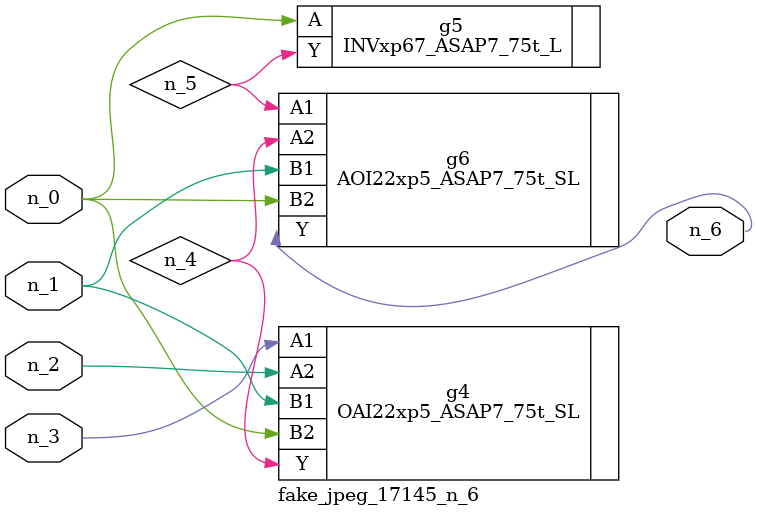
<source format=v>
module fake_jpeg_17145_n_6 (n_0, n_3, n_2, n_1, n_6);

input n_0;
input n_3;
input n_2;
input n_1;

output n_6;

wire n_4;
wire n_5;

OAI22xp5_ASAP7_75t_SL g4 ( 
.A1(n_3),
.A2(n_2),
.B1(n_1),
.B2(n_0),
.Y(n_4)
);

INVxp67_ASAP7_75t_L g5 ( 
.A(n_0),
.Y(n_5)
);

AOI22xp5_ASAP7_75t_SL g6 ( 
.A1(n_5),
.A2(n_4),
.B1(n_1),
.B2(n_0),
.Y(n_6)
);


endmodule
</source>
